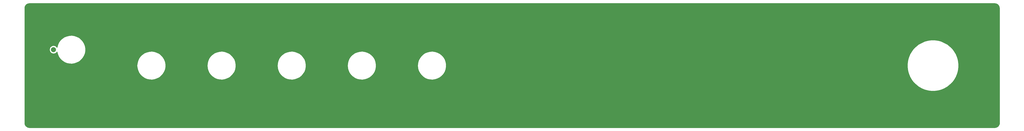
<source format=gtl>
G04 #@! TF.GenerationSoftware,KiCad,Pcbnew,5.1.10-88a1d61d58~90~ubuntu20.04.1*
G04 #@! TF.CreationDate,2021-08-18T08:02:32-04:00*
G04 #@! TF.ProjectId,single_ended_tube_amp_faceplate,73696e67-6c65-45f6-956e-6465645f7475,rev?*
G04 #@! TF.SameCoordinates,Original*
G04 #@! TF.FileFunction,Copper,L1,Top*
G04 #@! TF.FilePolarity,Positive*
%FSLAX46Y46*%
G04 Gerber Fmt 4.6, Leading zero omitted, Abs format (unit mm)*
G04 Created by KiCad (PCBNEW 5.1.10-88a1d61d58~90~ubuntu20.04.1) date 2021-08-18 08:02:32*
%MOMM*%
%LPD*%
G01*
G04 APERTURE LIST*
G04 #@! TA.AperFunction,ComponentPad*
%ADD10C,2.000000*%
G04 #@! TD*
G04 #@! TA.AperFunction,NonConductor*
%ADD11C,0.254000*%
G04 #@! TD*
G04 #@! TA.AperFunction,NonConductor*
%ADD12C,0.150000*%
G04 #@! TD*
G04 APERTURE END LIST*
D10*
X12065000Y-19050000D03*
D11*
X385174545Y-698909D02*
X385525208Y-804780D01*
X385848625Y-976744D01*
X386132484Y-1208254D01*
X386365965Y-1490486D01*
X386540183Y-1812695D01*
X386648502Y-2162614D01*
X386690001Y-2557452D01*
X386690000Y-48227721D01*
X386651091Y-48624545D01*
X386545220Y-48975206D01*
X386373257Y-49298623D01*
X386141748Y-49582482D01*
X385859514Y-49815965D01*
X385537304Y-49990184D01*
X385187385Y-50098502D01*
X384792557Y-50140000D01*
X2572279Y-50140000D01*
X2175455Y-50101091D01*
X1824794Y-49995220D01*
X1501377Y-49823257D01*
X1217518Y-49591748D01*
X984035Y-49309514D01*
X809816Y-48987304D01*
X701498Y-48637385D01*
X660000Y-48242557D01*
X660000Y-25400000D01*
X45103500Y-25400000D01*
X45195045Y-26417149D01*
X45466738Y-27401607D01*
X45909846Y-28321731D01*
X46510128Y-29147948D01*
X47248290Y-29853703D01*
X48100607Y-30416312D01*
X49039685Y-30817693D01*
X50035340Y-31044945D01*
X51055573Y-31090764D01*
X52067591Y-30953677D01*
X53038867Y-30638090D01*
X53938185Y-30154147D01*
X54736638Y-29517401D01*
X55408565Y-28748319D01*
X55932369Y-27871619D01*
X56291214Y-26915479D01*
X56473568Y-25910630D01*
X56473568Y-25400000D01*
X72884750Y-25400000D01*
X72976295Y-26417149D01*
X73247988Y-27401607D01*
X73691096Y-28321731D01*
X74291378Y-29147948D01*
X75029540Y-29853703D01*
X75881857Y-30416312D01*
X76820935Y-30817693D01*
X77816590Y-31044945D01*
X78836823Y-31090764D01*
X79848841Y-30953677D01*
X80820117Y-30638090D01*
X81719435Y-30154147D01*
X82517888Y-29517401D01*
X83189815Y-28748319D01*
X83713619Y-27871619D01*
X84072464Y-26915479D01*
X84254818Y-25910630D01*
X84254818Y-25400000D01*
X100666000Y-25400000D01*
X100757545Y-26417149D01*
X101029238Y-27401607D01*
X101472346Y-28321731D01*
X102072628Y-29147948D01*
X102810790Y-29853703D01*
X103663107Y-30416312D01*
X104602185Y-30817693D01*
X105597840Y-31044945D01*
X106618073Y-31090764D01*
X107630091Y-30953677D01*
X108601367Y-30638090D01*
X109500685Y-30154147D01*
X110299138Y-29517401D01*
X110971065Y-28748319D01*
X111494869Y-27871619D01*
X111853714Y-26915479D01*
X112036068Y-25910630D01*
X112036068Y-25400000D01*
X128447250Y-25400000D01*
X128538795Y-26417149D01*
X128810488Y-27401607D01*
X129253596Y-28321731D01*
X129853878Y-29147948D01*
X130592040Y-29853703D01*
X131444357Y-30416312D01*
X132383435Y-30817693D01*
X133379090Y-31044945D01*
X134399323Y-31090764D01*
X135411341Y-30953677D01*
X136382617Y-30638090D01*
X137281935Y-30154147D01*
X138080388Y-29517401D01*
X138752315Y-28748319D01*
X139276119Y-27871619D01*
X139634964Y-26915479D01*
X139817318Y-25910630D01*
X139817318Y-25400000D01*
X156228500Y-25400000D01*
X156320045Y-26417149D01*
X156591738Y-27401607D01*
X157034846Y-28321731D01*
X157635128Y-29147948D01*
X158373290Y-29853703D01*
X159225607Y-30416312D01*
X160164685Y-30817693D01*
X161160340Y-31044945D01*
X162180573Y-31090764D01*
X163192591Y-30953677D01*
X164163867Y-30638090D01*
X165063185Y-30154147D01*
X165861638Y-29517401D01*
X166533565Y-28748319D01*
X167057369Y-27871619D01*
X167416214Y-26915479D01*
X167598568Y-25910630D01*
X167598568Y-24889370D01*
X167570112Y-24732561D01*
X350179350Y-24732561D01*
X350179350Y-26067439D01*
X350353586Y-27390897D01*
X350699078Y-28680290D01*
X351209914Y-29913556D01*
X351877353Y-31069594D01*
X352689975Y-32128624D01*
X353633876Y-33072525D01*
X354692906Y-33885147D01*
X355848944Y-34552586D01*
X357082210Y-35063422D01*
X358371603Y-35408914D01*
X359695061Y-35583150D01*
X361029939Y-35583150D01*
X362353397Y-35408914D01*
X363642790Y-35063422D01*
X364876056Y-34552586D01*
X366032094Y-33885147D01*
X367091124Y-33072525D01*
X368035025Y-32128624D01*
X368847647Y-31069594D01*
X369515086Y-29913556D01*
X370025922Y-28680290D01*
X370371414Y-27390897D01*
X370545650Y-26067439D01*
X370545650Y-24732561D01*
X370371414Y-23409103D01*
X370025922Y-22119710D01*
X369515086Y-20886444D01*
X368847647Y-19730406D01*
X368035025Y-18671376D01*
X367091124Y-17727475D01*
X366032094Y-16914853D01*
X364876056Y-16247414D01*
X363642790Y-15736578D01*
X362353397Y-15391086D01*
X361029939Y-15216850D01*
X359695061Y-15216850D01*
X358371603Y-15391086D01*
X357082210Y-15736578D01*
X355848944Y-16247414D01*
X354692906Y-16914853D01*
X353633876Y-17727475D01*
X352689975Y-18671376D01*
X351877353Y-19730406D01*
X351209914Y-20886444D01*
X350699078Y-22119710D01*
X350353586Y-23409103D01*
X350179350Y-24732561D01*
X167570112Y-24732561D01*
X167416214Y-23884521D01*
X167057369Y-22928381D01*
X166533565Y-22051681D01*
X165861638Y-21282599D01*
X165063185Y-20645853D01*
X164163867Y-20161910D01*
X163192591Y-19846323D01*
X162180573Y-19709236D01*
X161160340Y-19755055D01*
X160164685Y-19982307D01*
X159225607Y-20383688D01*
X158373290Y-20946297D01*
X157635128Y-21652052D01*
X157034846Y-22478269D01*
X156591738Y-23398393D01*
X156320045Y-24382851D01*
X156228500Y-25400000D01*
X139817318Y-25400000D01*
X139817318Y-24889370D01*
X139634964Y-23884521D01*
X139276119Y-22928381D01*
X138752315Y-22051681D01*
X138080388Y-21282599D01*
X137281935Y-20645853D01*
X136382617Y-20161910D01*
X135411341Y-19846323D01*
X134399323Y-19709236D01*
X133379090Y-19755055D01*
X132383435Y-19982307D01*
X131444357Y-20383688D01*
X130592040Y-20946297D01*
X129853878Y-21652052D01*
X129253596Y-22478269D01*
X128810488Y-23398393D01*
X128538795Y-24382851D01*
X128447250Y-25400000D01*
X112036068Y-25400000D01*
X112036068Y-24889370D01*
X111853714Y-23884521D01*
X111494869Y-22928381D01*
X110971065Y-22051681D01*
X110299138Y-21282599D01*
X109500685Y-20645853D01*
X108601367Y-20161910D01*
X107630091Y-19846323D01*
X106618073Y-19709236D01*
X105597840Y-19755055D01*
X104602185Y-19982307D01*
X103663107Y-20383688D01*
X102810790Y-20946297D01*
X102072628Y-21652052D01*
X101472346Y-22478269D01*
X101029238Y-23398393D01*
X100757545Y-24382851D01*
X100666000Y-25400000D01*
X84254818Y-25400000D01*
X84254818Y-24889370D01*
X84072464Y-23884521D01*
X83713619Y-22928381D01*
X83189815Y-22051681D01*
X82517888Y-21282599D01*
X81719435Y-20645853D01*
X80820117Y-20161910D01*
X79848841Y-19846323D01*
X78836823Y-19709236D01*
X77816590Y-19755055D01*
X76820935Y-19982307D01*
X75881857Y-20383688D01*
X75029540Y-20946297D01*
X74291378Y-21652052D01*
X73691096Y-22478269D01*
X73247988Y-23398393D01*
X72976295Y-24382851D01*
X72884750Y-25400000D01*
X56473568Y-25400000D01*
X56473568Y-24889370D01*
X56291214Y-23884521D01*
X55932369Y-22928381D01*
X55408565Y-22051681D01*
X54736638Y-21282599D01*
X53938185Y-20645853D01*
X53038867Y-20161910D01*
X52067591Y-19846323D01*
X51055573Y-19709236D01*
X50035340Y-19755055D01*
X49039685Y-19982307D01*
X48100607Y-20383688D01*
X47248290Y-20946297D01*
X46510128Y-21652052D01*
X45909846Y-22478269D01*
X45466738Y-23398393D01*
X45195045Y-24382851D01*
X45103500Y-25400000D01*
X660000Y-25400000D01*
X660000Y-18888967D01*
X10430000Y-18888967D01*
X10430000Y-19211033D01*
X10492832Y-19526912D01*
X10616082Y-19824463D01*
X10795013Y-20092252D01*
X11022748Y-20319987D01*
X11290537Y-20498918D01*
X11588088Y-20622168D01*
X11903967Y-20685000D01*
X12226033Y-20685000D01*
X12541912Y-20622168D01*
X12839463Y-20498918D01*
X13107252Y-20319987D01*
X13334987Y-20092252D01*
X13433971Y-19944111D01*
X13445045Y-20067149D01*
X13716738Y-21051607D01*
X14159846Y-21971731D01*
X14760128Y-22797948D01*
X15498290Y-23503703D01*
X16350607Y-24066312D01*
X17289685Y-24467693D01*
X18285340Y-24694945D01*
X19305573Y-24740764D01*
X20317591Y-24603677D01*
X21288867Y-24288090D01*
X22188185Y-23804147D01*
X22986638Y-23167401D01*
X23658565Y-22398319D01*
X24182369Y-21521619D01*
X24541214Y-20565479D01*
X24723568Y-19560630D01*
X24723568Y-18539370D01*
X24541214Y-17534521D01*
X24182369Y-16578381D01*
X23658565Y-15701681D01*
X22986638Y-14932599D01*
X22188185Y-14295853D01*
X21288867Y-13811910D01*
X20317591Y-13496323D01*
X19305573Y-13359236D01*
X18285340Y-13405055D01*
X17289685Y-13632307D01*
X16350607Y-14033688D01*
X15498290Y-14596297D01*
X14760128Y-15302052D01*
X14159846Y-16128269D01*
X13716738Y-17048393D01*
X13445045Y-18032851D01*
X13433971Y-18155889D01*
X13334987Y-18007748D01*
X13107252Y-17780013D01*
X12839463Y-17601082D01*
X12541912Y-17477832D01*
X12226033Y-17415000D01*
X11903967Y-17415000D01*
X11588088Y-17477832D01*
X11290537Y-17601082D01*
X11022748Y-17780013D01*
X10795013Y-18007748D01*
X10616082Y-18275537D01*
X10492832Y-18573088D01*
X10430000Y-18888967D01*
X660000Y-18888967D01*
X660000Y-2572279D01*
X698909Y-2175455D01*
X804780Y-1824792D01*
X976744Y-1501375D01*
X1208254Y-1217516D01*
X1490486Y-984035D01*
X1812695Y-809817D01*
X2162614Y-701498D01*
X2557443Y-660000D01*
X384777721Y-660000D01*
X385174545Y-698909D01*
G04 #@! TA.AperFunction,NonConductor*
D12*
G36*
X385174545Y-698909D02*
G01*
X385525208Y-804780D01*
X385848625Y-976744D01*
X386132484Y-1208254D01*
X386365965Y-1490486D01*
X386540183Y-1812695D01*
X386648502Y-2162614D01*
X386690001Y-2557452D01*
X386690000Y-48227721D01*
X386651091Y-48624545D01*
X386545220Y-48975206D01*
X386373257Y-49298623D01*
X386141748Y-49582482D01*
X385859514Y-49815965D01*
X385537304Y-49990184D01*
X385187385Y-50098502D01*
X384792557Y-50140000D01*
X2572279Y-50140000D01*
X2175455Y-50101091D01*
X1824794Y-49995220D01*
X1501377Y-49823257D01*
X1217518Y-49591748D01*
X984035Y-49309514D01*
X809816Y-48987304D01*
X701498Y-48637385D01*
X660000Y-48242557D01*
X660000Y-25400000D01*
X45103500Y-25400000D01*
X45195045Y-26417149D01*
X45466738Y-27401607D01*
X45909846Y-28321731D01*
X46510128Y-29147948D01*
X47248290Y-29853703D01*
X48100607Y-30416312D01*
X49039685Y-30817693D01*
X50035340Y-31044945D01*
X51055573Y-31090764D01*
X52067591Y-30953677D01*
X53038867Y-30638090D01*
X53938185Y-30154147D01*
X54736638Y-29517401D01*
X55408565Y-28748319D01*
X55932369Y-27871619D01*
X56291214Y-26915479D01*
X56473568Y-25910630D01*
X56473568Y-25400000D01*
X72884750Y-25400000D01*
X72976295Y-26417149D01*
X73247988Y-27401607D01*
X73691096Y-28321731D01*
X74291378Y-29147948D01*
X75029540Y-29853703D01*
X75881857Y-30416312D01*
X76820935Y-30817693D01*
X77816590Y-31044945D01*
X78836823Y-31090764D01*
X79848841Y-30953677D01*
X80820117Y-30638090D01*
X81719435Y-30154147D01*
X82517888Y-29517401D01*
X83189815Y-28748319D01*
X83713619Y-27871619D01*
X84072464Y-26915479D01*
X84254818Y-25910630D01*
X84254818Y-25400000D01*
X100666000Y-25400000D01*
X100757545Y-26417149D01*
X101029238Y-27401607D01*
X101472346Y-28321731D01*
X102072628Y-29147948D01*
X102810790Y-29853703D01*
X103663107Y-30416312D01*
X104602185Y-30817693D01*
X105597840Y-31044945D01*
X106618073Y-31090764D01*
X107630091Y-30953677D01*
X108601367Y-30638090D01*
X109500685Y-30154147D01*
X110299138Y-29517401D01*
X110971065Y-28748319D01*
X111494869Y-27871619D01*
X111853714Y-26915479D01*
X112036068Y-25910630D01*
X112036068Y-25400000D01*
X128447250Y-25400000D01*
X128538795Y-26417149D01*
X128810488Y-27401607D01*
X129253596Y-28321731D01*
X129853878Y-29147948D01*
X130592040Y-29853703D01*
X131444357Y-30416312D01*
X132383435Y-30817693D01*
X133379090Y-31044945D01*
X134399323Y-31090764D01*
X135411341Y-30953677D01*
X136382617Y-30638090D01*
X137281935Y-30154147D01*
X138080388Y-29517401D01*
X138752315Y-28748319D01*
X139276119Y-27871619D01*
X139634964Y-26915479D01*
X139817318Y-25910630D01*
X139817318Y-25400000D01*
X156228500Y-25400000D01*
X156320045Y-26417149D01*
X156591738Y-27401607D01*
X157034846Y-28321731D01*
X157635128Y-29147948D01*
X158373290Y-29853703D01*
X159225607Y-30416312D01*
X160164685Y-30817693D01*
X161160340Y-31044945D01*
X162180573Y-31090764D01*
X163192591Y-30953677D01*
X164163867Y-30638090D01*
X165063185Y-30154147D01*
X165861638Y-29517401D01*
X166533565Y-28748319D01*
X167057369Y-27871619D01*
X167416214Y-26915479D01*
X167598568Y-25910630D01*
X167598568Y-24889370D01*
X167570112Y-24732561D01*
X350179350Y-24732561D01*
X350179350Y-26067439D01*
X350353586Y-27390897D01*
X350699078Y-28680290D01*
X351209914Y-29913556D01*
X351877353Y-31069594D01*
X352689975Y-32128624D01*
X353633876Y-33072525D01*
X354692906Y-33885147D01*
X355848944Y-34552586D01*
X357082210Y-35063422D01*
X358371603Y-35408914D01*
X359695061Y-35583150D01*
X361029939Y-35583150D01*
X362353397Y-35408914D01*
X363642790Y-35063422D01*
X364876056Y-34552586D01*
X366032094Y-33885147D01*
X367091124Y-33072525D01*
X368035025Y-32128624D01*
X368847647Y-31069594D01*
X369515086Y-29913556D01*
X370025922Y-28680290D01*
X370371414Y-27390897D01*
X370545650Y-26067439D01*
X370545650Y-24732561D01*
X370371414Y-23409103D01*
X370025922Y-22119710D01*
X369515086Y-20886444D01*
X368847647Y-19730406D01*
X368035025Y-18671376D01*
X367091124Y-17727475D01*
X366032094Y-16914853D01*
X364876056Y-16247414D01*
X363642790Y-15736578D01*
X362353397Y-15391086D01*
X361029939Y-15216850D01*
X359695061Y-15216850D01*
X358371603Y-15391086D01*
X357082210Y-15736578D01*
X355848944Y-16247414D01*
X354692906Y-16914853D01*
X353633876Y-17727475D01*
X352689975Y-18671376D01*
X351877353Y-19730406D01*
X351209914Y-20886444D01*
X350699078Y-22119710D01*
X350353586Y-23409103D01*
X350179350Y-24732561D01*
X167570112Y-24732561D01*
X167416214Y-23884521D01*
X167057369Y-22928381D01*
X166533565Y-22051681D01*
X165861638Y-21282599D01*
X165063185Y-20645853D01*
X164163867Y-20161910D01*
X163192591Y-19846323D01*
X162180573Y-19709236D01*
X161160340Y-19755055D01*
X160164685Y-19982307D01*
X159225607Y-20383688D01*
X158373290Y-20946297D01*
X157635128Y-21652052D01*
X157034846Y-22478269D01*
X156591738Y-23398393D01*
X156320045Y-24382851D01*
X156228500Y-25400000D01*
X139817318Y-25400000D01*
X139817318Y-24889370D01*
X139634964Y-23884521D01*
X139276119Y-22928381D01*
X138752315Y-22051681D01*
X138080388Y-21282599D01*
X137281935Y-20645853D01*
X136382617Y-20161910D01*
X135411341Y-19846323D01*
X134399323Y-19709236D01*
X133379090Y-19755055D01*
X132383435Y-19982307D01*
X131444357Y-20383688D01*
X130592040Y-20946297D01*
X129853878Y-21652052D01*
X129253596Y-22478269D01*
X128810488Y-23398393D01*
X128538795Y-24382851D01*
X128447250Y-25400000D01*
X112036068Y-25400000D01*
X112036068Y-24889370D01*
X111853714Y-23884521D01*
X111494869Y-22928381D01*
X110971065Y-22051681D01*
X110299138Y-21282599D01*
X109500685Y-20645853D01*
X108601367Y-20161910D01*
X107630091Y-19846323D01*
X106618073Y-19709236D01*
X105597840Y-19755055D01*
X104602185Y-19982307D01*
X103663107Y-20383688D01*
X102810790Y-20946297D01*
X102072628Y-21652052D01*
X101472346Y-22478269D01*
X101029238Y-23398393D01*
X100757545Y-24382851D01*
X100666000Y-25400000D01*
X84254818Y-25400000D01*
X84254818Y-24889370D01*
X84072464Y-23884521D01*
X83713619Y-22928381D01*
X83189815Y-22051681D01*
X82517888Y-21282599D01*
X81719435Y-20645853D01*
X80820117Y-20161910D01*
X79848841Y-19846323D01*
X78836823Y-19709236D01*
X77816590Y-19755055D01*
X76820935Y-19982307D01*
X75881857Y-20383688D01*
X75029540Y-20946297D01*
X74291378Y-21652052D01*
X73691096Y-22478269D01*
X73247988Y-23398393D01*
X72976295Y-24382851D01*
X72884750Y-25400000D01*
X56473568Y-25400000D01*
X56473568Y-24889370D01*
X56291214Y-23884521D01*
X55932369Y-22928381D01*
X55408565Y-22051681D01*
X54736638Y-21282599D01*
X53938185Y-20645853D01*
X53038867Y-20161910D01*
X52067591Y-19846323D01*
X51055573Y-19709236D01*
X50035340Y-19755055D01*
X49039685Y-19982307D01*
X48100607Y-20383688D01*
X47248290Y-20946297D01*
X46510128Y-21652052D01*
X45909846Y-22478269D01*
X45466738Y-23398393D01*
X45195045Y-24382851D01*
X45103500Y-25400000D01*
X660000Y-25400000D01*
X660000Y-18888967D01*
X10430000Y-18888967D01*
X10430000Y-19211033D01*
X10492832Y-19526912D01*
X10616082Y-19824463D01*
X10795013Y-20092252D01*
X11022748Y-20319987D01*
X11290537Y-20498918D01*
X11588088Y-20622168D01*
X11903967Y-20685000D01*
X12226033Y-20685000D01*
X12541912Y-20622168D01*
X12839463Y-20498918D01*
X13107252Y-20319987D01*
X13334987Y-20092252D01*
X13433971Y-19944111D01*
X13445045Y-20067149D01*
X13716738Y-21051607D01*
X14159846Y-21971731D01*
X14760128Y-22797948D01*
X15498290Y-23503703D01*
X16350607Y-24066312D01*
X17289685Y-24467693D01*
X18285340Y-24694945D01*
X19305573Y-24740764D01*
X20317591Y-24603677D01*
X21288867Y-24288090D01*
X22188185Y-23804147D01*
X22986638Y-23167401D01*
X23658565Y-22398319D01*
X24182369Y-21521619D01*
X24541214Y-20565479D01*
X24723568Y-19560630D01*
X24723568Y-18539370D01*
X24541214Y-17534521D01*
X24182369Y-16578381D01*
X23658565Y-15701681D01*
X22986638Y-14932599D01*
X22188185Y-14295853D01*
X21288867Y-13811910D01*
X20317591Y-13496323D01*
X19305573Y-13359236D01*
X18285340Y-13405055D01*
X17289685Y-13632307D01*
X16350607Y-14033688D01*
X15498290Y-14596297D01*
X14760128Y-15302052D01*
X14159846Y-16128269D01*
X13716738Y-17048393D01*
X13445045Y-18032851D01*
X13433971Y-18155889D01*
X13334987Y-18007748D01*
X13107252Y-17780013D01*
X12839463Y-17601082D01*
X12541912Y-17477832D01*
X12226033Y-17415000D01*
X11903967Y-17415000D01*
X11588088Y-17477832D01*
X11290537Y-17601082D01*
X11022748Y-17780013D01*
X10795013Y-18007748D01*
X10616082Y-18275537D01*
X10492832Y-18573088D01*
X10430000Y-18888967D01*
X660000Y-18888967D01*
X660000Y-2572279D01*
X698909Y-2175455D01*
X804780Y-1824792D01*
X976744Y-1501375D01*
X1208254Y-1217516D01*
X1490486Y-984035D01*
X1812695Y-809817D01*
X2162614Y-701498D01*
X2557443Y-660000D01*
X384777721Y-660000D01*
X385174545Y-698909D01*
G37*
G04 #@! TD.AperFunction*
M02*

</source>
